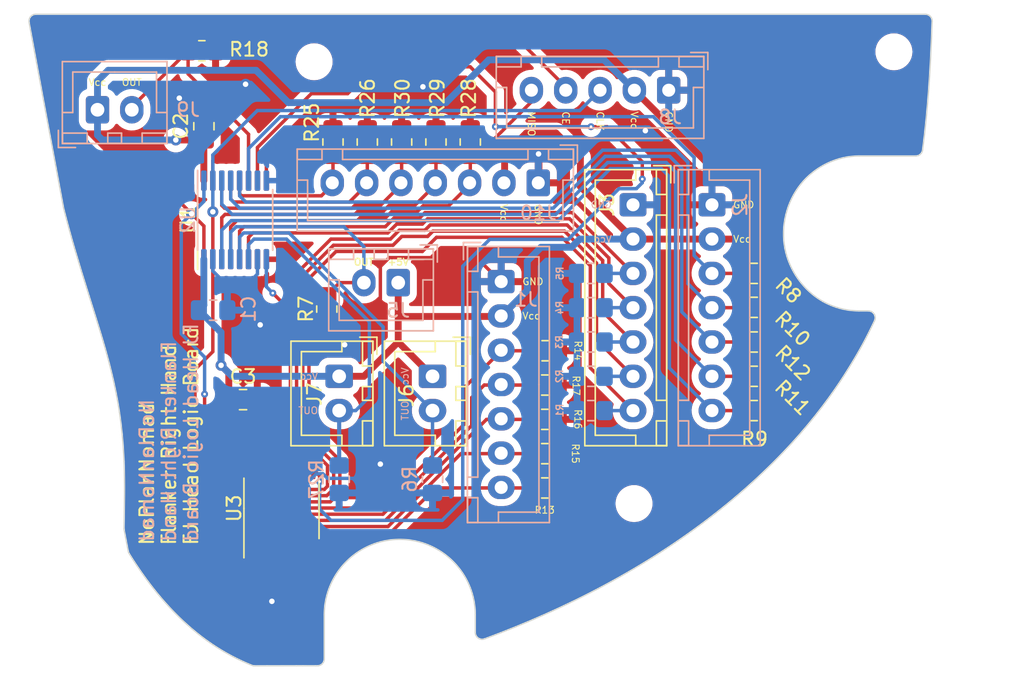
<source format=kicad_pcb>
(kicad_pcb (version 20221018) (generator pcbnew)
  (layers (0 "F.Cu" signal) (31 "B.Cu" signal) (34 "B.Paste" user) (35 "F.Paste" user) (36 "B.SilkS" user "B.Silkscreen") (37 "F.SilkS" user "F.Silkscreen") (38 "B.Mask" user) (39 "F.Mask" user) (44 "Edge.Cuts" user))
  (net 0 "")
  (net 1 "GND")
  (net 2 "+5V")
  (net 3 "MISO")
  (net 4 "CE")
  (net 5 "CLK")
  (net 6 "U1D4")
  (net 7 "U1D5")
  (net 8 "U1D6")
  (net 9 "U1D7")
  (net 10 "U1D0")
  (net 11 "U1D1")
  (net 12 "U1D2")
  (net 13 "U1D3")
  (net 14 "U2D4")
  (net 15 "U2D5")
  (net 16 "U2D6")
  (net 17 "U2D7")
  (net 18 "U2D0")
  (net 19 "U2D1")
  (net 20 "U2D2")
  (net 21 "U2D3")
  (net 22 "U3D4")
  (net 23 "U3D5")
  (net 24 "U3D6")
  (net 25 "U3D7")
  (net 26 "U3D0")
  (net 27 "U3D1")
  (net 28 "U3D2")
  (net 29 "U3D3")
  (net 31 "Net-(U1-DS)")
  (net 33 "Net-(U2-Q7)")
  (footprint "Resistor_SMD:R_0805_2012Metric_Pad1.20x1.40mm_HandSolder" (layer "F.Cu") (at 58.875 65.238)
    (fp_text reference "R13")
    (fp_text value "1K")
  )
  (footprint "Resistor_SMD:R_0805_2012Metric_Pad1.20x1.40mm_HandSolder" (layer "F.Cu") (at 58.875 62.738)
    (fp_text reference "R15")
    (fp_text value "1K")
  )
  (footprint "Connector_JST:JST_XH_B2B-XH-A_1x02_P2.50mm_Vertical" (layer "F.Cu") (at 43.9 57.1 -90)
    (fp_text reference "J7")
    (fp_text value "Conn_01x02")
  )
  (footprint "Capacitor_SMD:C_0805_2012Metric_Pad1.18x1.45mm_HandSolder" (layer "F.Cu") (at 36.9 58.8)
    (fp_text reference "C3")
    (fp_text value "0.1uF")
  )
  (footprint "Capacitor_SMD:C_0805_2012Metric_Pad1.18x1.45mm_HandSolder" (layer "F.Cu") (at 34.05 38.875 90)
    (fp_text reference "C2")
    (fp_text value "0.1uF")
  )
  (footprint "Resistor_SMD:R_0805_2012Metric_Pad1.20x1.40mm_HandSolder" (layer "F.Cu") (at 74.125 49.6)
    (fp_text reference "R8")
    (fp_text value "1K")
  )
  (footprint "Resistor_SMD:R_0805_2012Metric_Pad1.20x1.40mm_HandSolder" (layer "F.Cu") (at 58.875 60.238)
    (fp_text reference "R16")
    (fp_text value "1K")
  )
  (footprint "Resistor_SMD:R_0805_2012Metric_Pad1.20x1.40mm_HandSolder" (layer "F.Cu") (at 45.95 40.025 90)
    (fp_text reference "R26")
    (fp_text value "1K")
  )
  (footprint "Resistor_SMD:R_0805_2012Metric_Pad1.20x1.40mm_HandSolder" (layer "F.Cu") (at 74.125 57.1)
    (fp_text reference "R11")
    (fp_text value "1K")
  )
  (footprint "Resistor_SMD:R_0805_2012Metric_Pad1.20x1.40mm_HandSolder" (layer "F.Cu") (at 74.125 54.6)
    (fp_text reference "R12")
    (fp_text value "1K")
  )
  (footprint "MountingHole:MountingHole_2.2mm_M2" (layer "F.Cu") (at 65.375 66.375)
    (fp_text reference "M2" hide)
    (fp_text value "MountingHole_2.2mm_M2")
  )
  (footprint "Resistor_SMD:R_0805_2012Metric_Pad1.20x1.40mm_HandSolder" (layer "F.Cu") (at 74.125 52.075)
    (fp_text reference "R10")
    (fp_text value "1K")
  )
  (footprint "Resistor_SMD:R_0805_2012Metric_Pad1.20x1.40mm_HandSolder" (layer "F.Cu") (at 58.875 57.738)
    (fp_text reference "R17")
    (fp_text value "1K")
  )
  (footprint "Connector_JST:JST_XH_B2B-XH-A_1x02_P2.50mm_Vertical" (layer "F.Cu") (at 50.7 57.1 -90)
    (fp_text reference "J6")
    (fp_text value "Conn_01x02")
  )
  (footprint "MountingHole:MountingHole_2.2mm_M2" (layer "F.Cu") (at 84.3 33.45)
    (fp_text reference "M1" hide)
    (fp_text value "MountingHole_2.2mm_M2")
  )
  (footprint "Resistor_SMD:R_0805_2012Metric_Pad1.20x1.40mm_HandSolder" (layer "F.Cu") (at 50.95 40.025 90)
    (fp_text reference "R29")
    (fp_text value "1K")
  )
  (footprint "Resistor_SMD:R_0805_2012Metric_Pad1.20x1.40mm_HandSolder" (layer "F.Cu") (at 74.125 59.6)
    (fp_text reference "R9")
    (fp_text value "1K")
  )
  (footprint "Resistor_SMD:R_0805_2012Metric_Pad1.20x1.40mm_HandSolder" (layer "F.Cu") (at 33.9 33.375)
    (fp_text reference "R18")
    (fp_text value "1K")
  )
  (footprint "MountingHole:MountingHole_2.2mm_M2" (layer "F.Cu") (at 42.075 34.175)
    (fp_text reference "M3" hide)
    (fp_text value "MountingHole_2.2mm_M2")
  )
  (footprint "Resistor_SMD:R_0805_2012Metric_Pad1.20x1.40mm_HandSolder" (layer "F.Cu") (at 48.45 40.025 90)
    (fp_text reference "R30")
    (fp_text value "1K")
  )
  (footprint "Resistor_SMD:R_0805_2012Metric_Pad1.20x1.40mm_HandSolder" (layer "F.Cu") (at 58.9 55.238)
    (fp_text reference "R14")
    (fp_text value "1K")
  )
  (footprint "Resistor_SMD:R_0805_2012Metric_Pad1.20x1.40mm_HandSolder" (layer "F.Cu") (at 53.45 40.025 90)
    (fp_text reference "R28")
    (fp_text value "1K")
  )
  (footprint "Resistor_SMD:R_0805_2012Metric_Pad1.20x1.40mm_HandSolder" (layer "F.Cu") (at 43 52.2 -90)
    (fp_text reference "R7")
    (fp_text value "1K")
  )
  (footprint "Package_SO:TSSOP-16_4.4x5mm_P0.65mm" (layer "F.Cu") (at 39.7 66.725 90)
    (fp_text reference "U3")
    (fp_text value "74HC165")
  )
  (footprint "Package_SO:TSSOP-16_4.4x5mm_P0.65mm" (layer "F.Cu") (at 36.325 45.7065 90)
    (fp_text reference "U1")
    (fp_text value "74HC165")
  )
  (footprint "Connector_JST:JST_XH_B7B-XH-A_1x07_P2.50mm_Vertical" (layer "F.Cu") (at 65.3 44.6 -90)
    (fp_text reference "J3")
    (fp_text value "Conn_01x07")
  )
  (footprint "Resistor_SMD:R_0805_2012Metric_Pad1.20x1.40mm_HandSolder" (layer "F.Cu") (at 43.45 40.025 90)
    (fp_text reference "R25")
    (fp_text value "1K")
  )
  (footprint "Package_SO:TSSOP-16_4.4x5mm_P0.65mm" (layer "B.Cu") (at 36.325 45.7 -90)
    (fp_text reference "U2")
    (fp_text value "74HC165")
  )
  (footprint "Capacitor_SMD:C_0805_2012Metric_Pad1.18x1.45mm_HandSolder" (layer "B.Cu") (at 34.72 52.28)
    (fp_text reference "C1")
    (fp_text value "0.1uF")
  )
  (footprint "Connector_JST:JST_XH_B7B-XH-A_1x07_P2.50mm_Vertical" (layer "B.Cu") (at 71.05 44.6 -90)
    (fp_text reference "J2")
    (fp_text value "Conn_01x07")
  )
  (footprint "Resistor_SMD:R_0805_2012Metric_Pad1.20x1.40mm_HandSolder" (layer "B.Cu") (at 62.225 49.6)
    (fp_text reference "R5")
    (fp_text value "1K")
  )
  (footprint "Connector_JST:JST_XH_B5B-XH-A_1x05_P2.50mm_Vertical" (layer "B.Cu") (at 67.9 36.25 180)
    (fp_text reference "J8")
    (fp_text value "Conn_01x06")
  )
  (footprint "Resistor_SMD:R_0805_2012Metric_Pad1.20x1.40mm_HandSolder" (layer "B.Cu") (at 62.225 57.1 180)
    (fp_text reference "R2")
    (fp_text value "1K")
  )
  (footprint "Resistor_SMD:R_0805_2012Metric_Pad1.20x1.40mm_HandSolder" (layer "B.Cu") (at 62.225 54.6 180)
    (fp_text reference "R3")
    (fp_text value "1K")
  )
  (footprint "Connector_JST:JST_XH_B7B-XH-A_1x07_P2.50mm_Vertical" (layer "B.Cu") (at 58.4 43 180)
    (fp_text reference "J10")
    (fp_text value "Conn_01x07")
  )
  (footprint "Connector_JST:JST_XH_B2B-XH-A_1x02_P2.50mm_Vertical" (layer "B.Cu") (at 48.2 50.275 180)
    (fp_text reference "J5")
    (fp_text value "Conn_01x02")
  )
  (footprint "Connector_JST:JST_XH_B7B-XH-A_1x07_P2.50mm_Vertical" (layer "B.Cu") (at 55.7 50.2 -90)
    (fp_text reference "J1")
    (fp_text value "Conn_01x07")
  )
  (footprint "Connector_JST:JST_XH_B2B-XH-A_1x02_P2.50mm_Vertical" (layer "B.Cu") (at 26.3 37.675)
    (fp_text reference "J9")
    (fp_text value "Conn_01x02")
  )
  (footprint "Resistor_SMD:R_0805_2012Metric_Pad1.20x1.40mm_HandSolder" (layer "B.Cu") (at 62.225 52.1)
    (fp_text reference "R4")
    (fp_text value "1K")
  )
  (footprint "Resistor_SMD:R_0805_2012Metric_Pad1.20x1.40mm_HandSolder" (layer "B.Cu") (at 50.7 64.6 -90)
    (fp_text reference "R6")
    (fp_text value "1K")
  )
  (footprint "Resistor_SMD:R_0805_2012Metric_Pad1.20x1.40mm_HandSolder" (layer "B.Cu") (at 62.225 59.6 180)
    (fp_text reference "R1")
    (fp_text value "1K")
  )
  (footprint "Resistor_SMD:R_0805_2012Metric_Pad1.20x1.40mm_HandSolder" (layer "B.Cu") (at 43.9 64.6 -90)
    (fp_text reference "R27")
    (fp_text value "1K")
  )
  (gr_curve (pts (xy 86.325373 40.790437) (xy 86.292915 40.846876) (xy 86.249743 40.896436) (xy 86.198287 40.936327)) (stroke (width 0.1)) (layer "Edge.Cuts"))
  (gr_curve (pts (xy 27.480922 57.478285) (xy 27.536616 57.726565) (xy 27.589532 57.975276) (xy 27.639619 58.225357)) (stroke (width 0.1)) (layer "Edge.Cuts"))
  (gr_curve (pts (xy 25.686656 51.228688) (xy 26.407161 53.530441) (xy 26.745304 54.565639) (xy 27.176873 56.225724)) (stroke (width 0.1)) (layer "Edge.Cuts"))
  (gr_curve (pts (xy 81.756725 41.041166) (xy 80.13781 41.041166) (xy 78.538629 41.82006) (xy 77.515245 43.092618)) (stroke (width 0.1)) (layer "Edge.Cuts"))
  (gr_curve (pts (xy 29.181662 70.909128) (xy 31.045109 73.695718) (xy 32.842825 75.334215) (xy 34.325109 76.395228)) (stroke (width 0.1)) (layer "Edge.Cuts"))
  (gr_curve (pts (xy 82.435475 52.332967) (xy 82.500582 52.332967) (xy 82.565067 52.345684) (xy 82.6253 52.370402)) (stroke (width 0.1)) (layer "Edge.Cuts"))
  (gr_line (start 81.756725 41.041166) (end 85.89194 41.041166) (stroke (width 0.1)) (layer "Edge.Cuts"))
  (gr_curve (pts (xy 86.935756 30.857827) (xy 86.982095 30.903562) (xy 87.019058 30.95791) (xy 87.044564 31.017814)) (stroke (width 0.1)) (layer "Edge.Cuts"))
  (gr_line (start 82.435475 52.332967) (end 81.756725 52.332967) (stroke (width 0.1)) (layer "Edge.Cuts"))
  (gr_curve (pts (xy 54.109049 76.221841) (xy 54.049714 76.19504) (xy 53.996182 76.156905) (xy 53.951464 76.109583)) (stroke (width 0.1)) (layer "Edge.Cuts"))
  (gr_curve (pts (xy 82.6253 52.370402) (xy 82.685533 52.39512) (xy 82.740362 52.431366) (xy 82.786701 52.477101)) (stroke (width 0.1)) (layer "Edge.Cuts"))
  (gr_curve (pts (xy 77.515245 43.092618) (xy 76.474161 44.387185) (xy 76.043276 46.164394) (xy 76.365297 47.803421)) (stroke (width 0.1)) (layer "Edge.Cuts"))
  (gr_line (start 42.814877 74.483513) (end 42.814877 77.69518) (stroke (width 0.1)) (layer "Edge.Cuts"))
  (gr_curve (pts (xy 76.365297 47.803421) (xy 76.679326 49.401771) (xy 77.70536 50.844512) (xy 79.109101 51.635833)) (stroke (width 0.1)) (layer "Edge.Cuts"))
  (gr_curve (pts (xy 21.32302 31.110714) (xy 21.336429 31.047002) (xy 21.362155 30.986519) (xy 21.398748 30.932668)) (stroke (width 0.1)) (layer "Edge.Cuts"))
  (gr_curve (pts (xy 86.387558 40.607221) (xy 86.784909 37.625818) (xy 86.969332 34.52659) (xy 87.084227 31.231114)) (stroke (width 0.1)) (layer "Edge.Cuts"))
  (gr_curve (pts (xy 54.297455 76.265868) (xy 54.232387 76.263599) (xy 54.168384 76.248643) (xy 54.109049 76.221841)) (stroke (width 0.1)) (layer "Edge.Cuts"))
  (gr_curve (pts (xy 34.325109 76.395228) (xy 35.222835 77.037816) (xy 36.184034 77.580173) (xy 37.181011 78.01105)) (stroke (width 0.1)) (layer "Edge.Cuts"))
  (gr_curve (pts (xy 86.774355 30.751127) (xy 86.834588 30.775846) (xy 86.889417 30.812092) (xy 86.935756 30.857827)) (stroke (width 0.1)) (layer "Edge.Cuts"))
  (gr_curve (pts (xy 21.320556 31.304179) (xy 22.152678 35.826286) (xy 23.089965 40.857438) (xy 23.837209 44.859379)) (stroke (width 0.1)) (layer "Edge.Cuts"))
  (gr_curve (pts (xy 27.765326 58.88983) (xy 27.814457 59.165865) (xy 27.859741 59.442043) (xy 27.9013 59.719398)) (stroke (width 0.1)) (layer "Edge.Cuts"))
  (gr_arc (start 42.814877 74.483513) (mid 48.314877 68.983513) (end 53.814877 74.483513) (stroke (width 0.1)) (layer "Edge.Cuts"))
  (gr_curve (pts (xy 21.536402 30.796703) (xy 21.577097 30.769778) (xy 21.621515 30.748954) (xy 21.668242 30.734895)) (stroke (width 0.1)) (layer "Edge.Cuts"))
  (gr_curve (pts (xy 42.814877 77.69518) (xy 42.814877 77.760287) (xy 42.80216 77.824772) (xy 42.777442 77.885005)) (stroke (width 0.1)) (layer "Edge.Cuts"))
  (gr_curve (pts (xy 37.181011 78.01105) (xy 37.308167 78.066004) (xy 37.433214 78.117944) (xy 37.556095 78.167073)) (stroke (width 0.1)) (layer "Edge.Cuts"))
  (gr_curve (pts (xy 28.605407 70.012117) (xy 28.589465 69.9863) (xy 28.575907 69.959086) (xy 28.564899 69.930812)) (stroke (width 0.1)) (layer "Edge.Cuts"))
  (gr_curve (pts (xy 27.639619 58.225357) (xy 27.683885 58.446373) (xy 27.725781 58.667657) (xy 27.765326 58.88983)) (stroke (width 0.1)) (layer "Edge.Cuts"))
  (gr_curve (pts (xy 86.053835 41.014231) (xy 86.001723 41.032065) (xy 85.94702 41.041166) (xy 85.89194 41.041166)) (stroke (width 0.1)) (layer "Edge.Cuts"))
  (gr_curve (pts (xy 28.242065 68.286777) (xy 28.238896 68.270176) (xy 28.236571 68.253424) (xy 28.235099 68.236588)) (stroke (width 0.1)) (layer "Edge.Cuts"))
  (gr_curve (pts (xy 82.923988 52.939527) (xy 82.915884 52.976677) (xy 82.90357 53.012781) (xy 82.887283 53.047139)) (stroke (width 0.1)) (layer "Edge.Cuts"))
  (gr_curve (pts (xy 53.848297 75.945902) (xy 53.826206 75.888556) (xy 53.814877 75.827625) (xy 53.814877 75.766172)) (stroke (width 0.1)) (layer "Edge.Cuts"))
  (gr_curve (pts (xy 82.935432 52.826405) (xy 82.935931 52.864425) (xy 82.932091 52.902378) (xy 82.923988 52.939527)) (stroke (width 0.1)) (layer "Edge.Cuts"))
  (gr_curve (pts (xy 82.895509 52.637088) (xy 82.921015 52.696991) (xy 82.934577 52.761304) (xy 82.935432 52.826405)) (stroke (width 0.1)) (layer "Edge.Cuts"))
  (gr_curve (pts (xy 28.564899 69.930812) (xy 28.553892 69.902537) (xy 28.54548 69.873319) (xy 28.53977 69.84352)) (stroke (width 0.1)) (layer "Edge.Cuts"))
  (gr_curve (pts (xy 41.261519 78.194455) (xy 41.681419 78.194454) (xy 41.851202 78.195397) (xy 42.170799 78.195291)) (stroke (width 0.1)) (layer "Edge.Cuts"))
  (gr_curve (pts (xy 37.743656 78.202799) (xy 38.037978 78.201655) (xy 38.334576 78.200582) (xy 38.634192 78.199574)) (stroke (width 0.1)) (layer "Edge.Cuts"))
  (gr_curve (pts (xy 86.198287 40.936327) (xy 86.154756 40.970074) (xy 86.105947 40.996397) (xy 86.053835 41.014231)) (stroke (width 0.1)) (layer "Edge.Cuts"))
  (gr_curve (pts (xy 23.837209 44.859379) (xy 24.385 47.011579) (xy 24.854271 48.569519) (xy 25.686656 51.228688)) (stroke (width 0.1)) (layer "Edge.Cuts"))
  (gr_curve (pts (xy 37.648154 78.193972) (xy 37.616677 78.187976) (xy 37.585848 78.178968) (xy 37.556095 78.167073)) (stroke (width 0.1)) (layer "Edge.Cuts"))
  (gr_curve (pts (xy 21.320556 31.304179) (xy 21.308774 31.240147) (xy 21.309611 31.174425) (xy 21.32302 31.110714)) (stroke (width 0.1)) (layer "Edge.Cuts"))
  (gr_curve (pts (xy 87.044564 31.017814) (xy 87.058858 31.051383) (xy 87.069434 31.086416) (xy 87.076104 31.122287)) (stroke (width 0.1)) (layer "Edge.Cuts"))
  (gr_curve (pts (xy 42.415117 78.185029) (xy 42.382319 78.19174) (xy 42.348931 78.195141) (xy 42.315454 78.19518)) (stroke (width 0.1)) (layer "Edge.Cuts"))
  (gr_curve (pts (xy 79.109101 51.635833) (xy 79.914674 52.089953) (xy 80.835057 52.332967) (xy 81.756725 52.332967)) (stroke (width 0.1)) (layer "Edge.Cuts"))
  (gr_curve (pts (xy 28.098283 61.315938) (xy 28.163309 61.981976) (xy 28.207225 62.64418) (xy 28.234526 63.309362)) (stroke (width 0.1)) (layer "Edge.Cuts"))
  (gr_curve (pts (xy 28.234526 63.309362) (xy 28.305199 65.031274) (xy 28.255267 66.633165) (xy 28.23325 68.185952)) (stroke (width 0.1)) (layer "Edge.Cuts"))
  (gr_line (start 53.814877 74.483513) (end 53.814877 75.766172) (stroke (width 0.1)) (layer "Edge.Cuts"))
  (gr_curve (pts (xy 87.076104 31.122287) (xy 87.082774 31.158157) (xy 87.085498 31.194651) (xy 87.084227 31.231114)) (stroke (width 0.1)) (layer "Edge.Cuts"))
  (gr_curve (pts (xy 54.488469 76.23507) (xy 60.478487 74.017487) (xy 66.17919 71.077553) (xy 71.220683 67.144994)) (stroke (width 0.1)) (layer "Edge.Cuts"))
  (gr_curve (pts (xy 40.789809 78.194616) (xy 40.946958 78.194516) (xy 41.140134 78.194455) (xy 41.261519 78.194455)) (stroke (width 0.1)) (layer "Edge.Cuts"))
  (gr_curve (pts (xy 37.743656 78.202799) (xy 37.711613 78.202924) (xy 37.679632 78.199968) (xy 37.648154 78.193972)) (stroke (width 0.1)) (layer "Edge.Cuts"))
  (gr_curve (pts (xy 38.634192 78.199574) (xy 39.075953 78.198087) (xy 40.012328 78.195112) (xy 40.789809 78.194616)) (stroke (width 0.1)) (layer "Edge.Cuts"))
  (gr_curve (pts (xy 27.176873 56.225724) (xy 27.284807 56.640906) (xy 27.386447 57.057123) (xy 27.480922 57.478285)) (stroke (width 0.1)) (layer "Edge.Cuts"))
  (gr_curve (pts (xy 28.235099 68.236588) (xy 28.233627 68.219751) (xy 28.23301 68.202851) (xy 28.23325 68.185952)) (stroke (width 0.1)) (layer "Edge.Cuts"))
  (gr_curve (pts (xy 28.605407 70.012117) (xy 28.798878 70.325433) (xy 28.991083 70.624138) (xy 29.181662 70.909127)) (stroke (width 0.1)) (layer "Edge.Cuts"))
  (gr_curve (pts (xy 81.001984 56.508825) (xy 81.814767 55.194178) (xy 82.278982 54.330384) (xy 82.887283 53.047139)) (stroke (width 0.1)) (layer "Edge.Cuts"))
  (gr_curve (pts (xy 21.398748 30.932668) (xy 21.435342 30.878818) (xy 21.482104 30.832629) (xy 21.536402 30.796703)) (stroke (width 0.1)) (layer "Edge.Cuts"))
  (gr_curve (pts (xy 21.668242 30.734895) (xy 21.71497 30.720836) (xy 21.763504 30.713692) (xy 21.8123 30.713692)) (stroke (width 0.1)) (layer "Edge.Cuts"))
  (gr_curve (pts (xy 27.9013 59.719398) (xy 27.981004 60.251323) (xy 28.046151 60.781971) (xy 28.098283 61.315938)) (stroke (width 0.1)) (layer "Edge.Cuts"))
  (gr_curve (pts (xy 42.510756 78.155214) (xy 42.479955 78.168329) (xy 42.447914 78.178317) (xy 42.415117 78.185029)) (stroke (width 0.1)) (layer "Edge.Cuts"))
  (gr_curve (pts (xy 82.786701 52.477101) (xy 82.83304 52.522836) (xy 82.870003 52.577185) (xy 82.895509 52.637088)) (stroke (width 0.1)) (layer "Edge.Cuts"))
  (gr_curve (pts (xy 42.670742 78.046406) (xy 42.625008 78.092745) (xy 42.570659 78.129708) (xy 42.510756 78.155214)) (stroke (width 0.1)) (layer "Edge.Cuts"))
  (gr_curve (pts (xy 28.242065 68.286777) (xy 28.340944 68.804859) (xy 28.440237 69.324114) (xy 28.53977 69.84352)) (stroke (width 0.1)) (layer "Edge.Cuts"))
  (gr_curve (pts (xy 86.58453 30.713692) (xy 86.649638 30.713692) (xy 86.714123 30.726409) (xy 86.774355 30.751127)) (stroke (width 0.1)) (layer "Edge.Cuts"))
  (gr_curve (pts (xy 42.170799 78.195291) (xy 42.22216 78.195274) (xy 42.270115 78.195232) (xy 42.315454 78.19518)) (stroke (width 0.1)) (layer "Edge.Cuts"))
  (gr_curve (pts (xy 53.951464 76.109583) (xy 53.906747 76.062261) (xy 53.8717 76.006658) (xy 53.848297 75.945902)) (stroke (width 0.1)) (layer "Edge.Cuts"))
  (gr_curve (pts (xy 71.220683 67.144994) (xy 76.508547 63.020256) (xy 79.389089 59.117622) (xy 81.001984 56.508825)) (stroke (width 0.1)) (layer "Edge.Cuts"))
  (gr_curve (pts (xy 42.777442 77.885005) (xy 42.752724 77.945238) (xy 42.716477 78.000067) (xy 42.670742 78.046406)) (stroke (width 0.1)) (layer "Edge.Cuts"))
  (gr_curve (pts (xy 54.488469 76.23507) (xy 54.427412 76.257674) (xy 54.362523 76.268137) (xy 54.297455 76.265868)) (stroke (width 0.1)) (layer "Edge.Cuts"))
  (gr_curve (pts (xy 86.387558 40.607221) (xy 86.378957 40.671757) (xy 86.357832 40.733997) (xy 86.325373 40.790437)) (stroke (width 0.1)) (layer "Edge.Cuts"))
  (gr_line (start 86.58453 30.713692) (end 21.8123 30.713692) (stroke (width 0.1)) (layer "Edge.Cuts"))
  (gr_text "NoPlanNomad\nFlanker Right Hand\nFJ Head Logic Board" (at 33.7 69.25 90) (layer "B.SilkS") (effects (font (size 1 1)) (justify right bottom mirror)))
  (gr_text "NoPlanNomad\nFlanker Right Hand\nFJ Head Logic Board" (at 33.7 69.5 90) (layer "F.SilkS") (effects (font (size 1 1)) (justify left bottom)))
  (segment (start 55.7 50.238) (end 53.912 48.45) (width 0.25) (layer "F.Cu") (net 1))
  (segment (start 58.45 43.1) (end 58.45 40.924) (width 0.5) (layer "F.Cu") (net 1))
  (segment (start 34.7 41.4) (end 35.4 40.7) (width 0.25) (layer "F.Cu") (net 1))
  (segment (start 58.45 40.924) (end 58.42 40.894) (width 0.5) (layer "F.Cu") (net 1))
  (segment (start 35.4 40.7) (end 35.4 39.1875) (width 0.25) (layer "F.Cu") (net 1))
  (segment (start 46.9 49.1) (end 46.9 51.472) (width 0.25) (layer "F.Cu") (net 1))
  (segment (start 38.075 61.625) (end 38.075 63.8625) (width 0.25) (layer "F.Cu") (net 1))
  (segment (start 35.4 39.1875) (end 34.05 37.8375) (width 0.25) (layer "F.Cu") (net 1))
  (segment (start 34.7 42.844) (end 34.7 41.4) (width 0.25) (layer "F.Cu") (net 1))
  (segment (start 59.875 55.263) (end 59.9 55.238) (width 0.5) (layer "F.Cu") (net 1))
  (segment (start 53.912 48.45) (end 47.55 48.45) (width 0.25) (layer "F.Cu") (net 1))
  (segment (start 47.55 48.45) (end 46.9 49.1) (width 0.25) (layer "F.Cu") (net 1))
  (via (at 58.42 40.894) (size 0.8) (drill 0.4) (layers "F.Cu" "B.Cu") (net 1))
  (via (at 37.084 35.814) (size 0.8) (drill 0.4) (layers "F.Cu" "B.Cu") (net 1))
  (via (at 50 36) (size 0.8) (drill 0.4) (layers "F.Cu" "B.Cu") (net 1))
  (via (at 39 73.5) (size 0.8) (drill 0.4) (layers "F.Cu" "B.Cu") (net 1))
  (via (at 46.9 63.5) (size 0.8) (drill 0.4) (layers "F.Cu" "B.Cu") (net 1))
  (via (at 66.2 39.2) (size 0.8) (drill 0.4) (layers "F.Cu" "B.Cu") (net 1))
  (via (at 32.258 36.83) (size 0.8) (drill 0.4) (layers "F.Cu" "B.Cu") (net 1))
  (via (at 38.15 53.35) (size 0.8) (drill 0.4) (layers "F.Cu" "B.Cu") (net 1))
  (via (at 44.3 54.8) (size 0.8) (drill 0.4) (layers "F.Cu" "B.Cu") (net 1))
  (segment (start 35.274479 50) (end 37.6 50) (width 0.25) (layer "B.Cu") (net 1))
  (segment (start 37.6 50) (end 37.95 49.65) (width 0.25) (layer "B.Cu") (net 1))
  (segment (start 61.225 57.1) (end 61.225 59.6) (width 0.5) (layer "B.Cu") (net 1))
  (segment (start 43.0505 64.537327) (end 45.862673 64.537327) (width 0.25) (layer "B.Cu") (net 1))
  (segment (start 42.237327 64.2005) (end 42.713673 64.2005) (width 0.25) (layer "B.Cu") (net 1))
  (segment (start 60 52.1) (end 59.85 52.25) (width 0.5) (layer "B.Cu") (net 1))
  (segment (start 39 73.5) (end 39 67.437827) (width 0.25) (layer "B.Cu") (net 1))
  (segment (start 61.225 52.1) (end 60 52.1) (width 0.5) (layer "B.Cu") (net 1))
  (segment (start 61.225 52.1) (end 61.225 54.6) (width 0.5) (layer "B.Cu") (net 1))
  (segment (start 45.862673 64.537327) (end 46.9 63.5) (width 0.25) (layer "B.Cu") (net 1))
  (segment (start 37.95 49.65) (end 37.95 48.5625) (width 0.25) (layer "B.Cu") (net 1))
  (segment (start 42.713673 64.2005) (end 43.0505 64.537327) (width 0.25) (layer "B.Cu") (net 1))
  (segment (start 61.225 54.6) (end 61.225 57.1) (width 0.5) (layer "B.Cu") (net 1))
  (segment (start 61.225 49.6) (end 61.225 52.1) (width 0.5) (layer "B.Cu") (net 1))
  (segment (start 34.7 49.425521) (end 35.274479 50) (width 0.25) (layer "B.Cu") (net 1))
  (segment (start 34.7 48.5625) (end 34.7 49.425521) (width 0.25) (layer "B.Cu") (net 1))
  (segment (start 39 67.437827) (end 42.237327 64.2005) (width 0.25) (layer "B.Cu") (net 1))
  (segment (start 48.2 50.275) (end 48.2 52.638) (width 0.5) (layer "F.Cu") (net 2))
  (segment (start 73.042 47.1) (end 73.914 46.228) (width 0.5) (layer "F.Cu") (net 2))
  (segment (start 55.7 52.738) (end 48.3 52.738) (width 0.5) (layer "F.Cu") (net 2))
  (segment (start 35.8625 58.8) (end 35.8625 62.3) (width 0.5) (layer "F.Cu") (net 2))
  (segment (start 71.05 47.1) (end 73.042 47.1) (width 0.5) (layer "F.Cu") (net 2))
  (segment (start 35.8625 62.3) (end 37.425 63.8625) (width 0.5) (layer "F.Cu") (net 2))
  (segment (start 61.468 41.148) (end 59.69 39.37) (width 0.5) (layer "F.Cu") (net 2))
  (segment (start 32.004 39.878) (end 34.0155 39.878) (width 0.5) (layer "F.Cu") (net 2))
  (segment (start 55.95 40.951) (end 55.95 43.1) (width 0.5) (layer "F.Cu") (net 2))
  (segment (start 48.2 52.638) (end 48.2 54.6) (width 0.5) (layer "F.Cu") (net 2))
  (segment (start 65.3 47.1) (end 61.468 43.268) (width 0.5) (layer "F.Cu") (net 2))
  (segment (start 48.3 52.738) (end 48.2 52.638) (width 0.5) (layer "F.Cu") (net 2))
  (segment (start 48.2 54.6) (end 50.7 57.1) (width 0.5) (layer "F.Cu") (net 2))
  (segment (start 72.39 41.402) (end 70.552 41.402) (width 0.5) (layer "F.Cu") (net 2))
  (segment (start 48.2 54.6) (end 45.7 57.1) (width 0.5) (layer "F.Cu") (net 2))
  (segment (start 57.531 39.37) (end 55.95 40.951) (width 0.5) (layer "F.Cu") (net 2))
  (segment (start 73.914 46.228) (end 73.914 42.926) (width 0.5) (layer "F.Cu") (net 2))
  (segment (start 45.7 57.1) (end 43.9 57.1) (width 0.5) (layer "F.Cu") (net 2))
  (segment (start 34.05 39.9125) (end 34.045 39.9175) (width 0.5) (layer "F.Cu") (net 2))
  (segment (start 70.552 41.402) (end 65.4 36.25) (width 0.5) (layer "F.Cu") (net 2))
  (segment (start 71.05 47.1) (end 65.3 47.1) (width 0.5) (layer "F.Cu") (net 2))
  (segment (start 73.914 42.926) (end 72.39 41.402) (width 0.5) (layer "F.Cu") (net 2))
  (segment (start 34.0155 39.878) (end 34.05 39.9125) (width 0.5) (layer "F.Cu") (net 2))
  (segment (start 61.468 43.268) (end 61.468 41.148) (width 0.5) (layer "F.Cu") (net 2))
  (segment (start 35.8625 56.8625) (end 35.3 56.3) (width 0.5) (layer "F.Cu") (net 2))
  (segment (start 34.045 39.9175) (end 34.045 42.8365) (width 0.5) (layer "F.Cu") (net 2))
  (segment (start 59.69 39.37) (end 57.531 39.37) (width 0.5) (layer "F.Cu") (net 2))
  (segment (start 35.8625 58.8) (end 35.8625 56.8625) (width 0.5) (layer "F.Cu") (net 2))
  (via (at 32.004 39.878) (size 0.8) (drill 0.4) (layers "F.Cu" "B.Cu") (net 2))
  (via (at 35.3 56.3) (size 0.8) (drill 0.4) (layers "F.Cu" "B.Cu") (net 2))
  (segment (start 61.417548 47.1) (end 60.822548 47.695) (width 0.5) (layer "B.Cu") (net 2))
  (segment (start 27.082 34.798) (end 26.3 35.58) (width 0.5) (layer "B.Cu") (net 2))
  (segment (start 58.605 47.695) (end 57.6 48.7) (width 0.5) (layer "B.Cu") (net 2))
  (segment (start 65.3 47.1) (end 61.417548 47.1) (width 0.5) (layer "B.Cu") (net 2))
  (segment (start 33.6825 52.28) (end 35.3 53.8975) (width 0.5) (layer "B.Cu") (net 2))
  (segment (start 63.186 34.036) (end 54.799713 34.036) (width 0.5) (layer "B.Cu") (net 2))
  (segment (start 26.3 39.525) (end 26.3 37.675) (width 0.5) (layer "B.Cu") (net 2))
  (segment (start 36.1 57.1) (end 35.3 56.3) (width 0.5) (layer "B.Cu") (net 2))
  (segment (start 57.6 48.7) (end 57.6 50.838) (width 0.5) (layer "B.Cu") (net 2))
  (segment (start 60.822548 47.695) (end 58.605 47.695) (width 0.5) (layer "B.Cu") (net 2))
  (segment (start 54.799713 34.036) (end 51.680713 37.155) (width 0.5) (layer "B.Cu") (net 2))
  (segment (start 26.3 39.525) (end 26.5345 39.7595) (width 0.5) (layer "B.Cu") (net 2))
  (segment (start 33.6825 52.28) (end 34.045 51.9175) (width 0.5) (layer "B.Cu") (net 2))
  (segment (start 26.653 39.878) (end 32.004 39.878) (width 0.5) (layer "B.Cu") (net 2))
  (segment (start 26.5345 39.7595) (end 26.653 39.878) (width 0.5) (layer "B.Cu") (net 2))
  (segment (start 35.3 53.8975) (end 35.3 56.3) (width 0.5) (layer "B.Cu") (net 2))
  (segment (start 63.186 34.036) (end 65.4 36.25) (width 0.5) (layer "B.Cu") (net 2))
  (segment (start 51.680713 37.155) (end 40.203 37.155) (width 0.5) (layer "B.Cu") (net 2))
  (segment (start 26.3 35.58) (end 26.3 37.675) (width 0.5) (layer "B.Cu") (net 2))
  (segment (start 37.846 34.798) (end 27.082 34.798) (width 0.5) (layer "B.Cu") (net 2))
  (segment (start 40.203 37.155) (end 37.846 34.798) (width 0.5) (layer "B.Cu") (net 2))
  (segment (start 57.6 50.838) (end 55.7 52.738) (width 0.5) (layer "B.Cu") (net 2))
  (segment (start 34.045 51.9175) (end 34.045 48.57) (width 0.5) (layer "B.Cu") (net 2))
  (segment (start 43.9 57.1) (end 36.1 57.1) (width 0.5) (layer "B.Cu") (net 2))
  (segment (start 57.9 37.096) (end 57.9 36.25) (width 0.25) (layer "F.Cu") (net 3))
  (segment (start 38.6 42.8365) (end 38.6 40.41) (width 0.25) (layer "F.Cu") (net 3))
  (segment (start 38.91 40.1) (end 54.896 40.1) (width 0.25) (layer "F.Cu") (net 3))
  (segment (start 54.896 40.1) (end 57.9 37.096) (width 0.25) (layer "F.Cu") (net 3))
  (segment (start 38.6 40.41) (end 38.91 40.1) (width 0.25) (layer "F.Cu") (net 3))
  (segment (start 60.4 36.25) (end 60.4 36.016) (width 0.25) (layer "F.Cu") (net 4))
  (segment (start 33.15 45.25) (end 34.05 46.15) (width 0.25) (layer "F.Cu") (net 4))
  (segment (start 26.7 31.4) (end 24.3 33.8) (width 0.25) (layer "F.Cu") (net 4))
  (segment (start 34.1 58.4) (end 34.1 64.9) (width 0.25) (layer "F.Cu") (net 4))
  (segment (start 24.3 39.1) (end 26.7 41.5) (width 0.25) (layer "F.Cu") (net 4))
  (segment (start 34.1 64.9) (end 37.425 68.225) (width 0.25) (layer "F.Cu") (net 4))
  (segment (start 60.4 36.016) (end 55.784 31.4) (width 0.25) (layer "F.Cu") (net 4))
  (segment (start 24.3 33.8) (end 24.3 39.1) (width 0.25) (layer "F.Cu") (net 4))
  (segment (start 26.7 41.5) (end 29.4 41.5) (width 0.25) (layer "F.Cu") (net 4))
  (segment (start 55.784 31.4) (end 26.7 31.4) (width 0.25) (layer "F.Cu") (net 4))
  (segment (start 37.425 68.225) (end 37.425 69.595) (width 0.25) (layer "F.Cu") (net 4))
  (segment (start 34.05 46.15) (end 34.05 48.569) (width 0.25) (layer "F.Cu") (net 4))
  (segment (start 29.4 41.5) (end 33.15 45.25) (width 0.25) (layer "F.Cu") (net 4))
  (via (at 33.15 45.25) (size 0.8) (drill 0.4) (layers "F.Cu" "B.Cu") (net 4))
  (via (at 34.1 58.4) (size 0.5) (drill 0.2) (layers "F.Cu" "B.Cu") (net 4))
  (segment (start 34.1 55.7) (end 32.4 54) (width 0.25) (layer "B.Cu") (net 4))
  (segment (start 32.4 46) (end 33.15 45.25) (width 0.25) (layer "B.Cu") (net 4))
  (segment (start 34.1 58.4) (end 34.1 55.7) (width 0.25) (layer "B.Cu") (net 4))
  (segment (start 32.4 54) (end 32.4 46) (width 0.25) (layer "B.Cu") (net 4))
  (segment (start 34.05 44.35) (end 34.05 42.8375) (width 0.25) (layer "B.Cu") (net 4))
  (segment (start 33.15 45.25) (end 34.05 44.35) (width 0.25) (layer "B.Cu") (net 4))
  (segment (start 33.4 56.6) (end 33.4 68.3) (width 0.25) (layer "F.Cu") (net 5))
  (segment (start 34.7 45.11) (end 34.7 55.3) (width 0.25) (layer "F.Cu") (net 5))
  (segment (start 37.7 70.9) (end 38.075 70.525) (width 0.25) (layer "F.Cu") (net 5))
  (segment (start 33.4 68.3) (end 36 70.9) (width 0.25) (layer "F.Cu") (net 5))
  (segment (start 38.075 70.525) (end 38.075 69.595) (width 0.25) (layer "F.Cu") (net 5))
  (segment (start 36 70.9) (end 37.7 70.9) (width 0.25) (layer "F.Cu") (net 5))
  (segment (start 34.7 55.3) (end 33.4 56.6) (width 0.25) (layer "F.Cu") (net 5))
  (via (at 34.7 45.11) (size 0.8) (drill 0.4) (layers "F.Cu" "B.Cu") (net 5))
  (segment (start 37.94 37.73) (end 61.42 37.73) (width 0.25) (layer "B.Cu") (net 5))
  (segment (start 61.42 37.73) (end 62.9 36.25) (width 0.25) (layer "B.Cu") (net 5))
  (segment (start 34.7 42.83) (end 34.7 45.11) (width 0.25) (layer "B.Cu") (net 5))
  (segment (start 37.94 37.73) (end 34.7 40.97) (width 0.25) (layer "B.Cu") (net 5))
  (segment (start 34.7 40.97) (end 34.7 42.83) (width 0.25) (layer "B.Cu") (net 5))
  (segment (start 47.530698 44.655698) (end 47.111396 45.075) (width 0.25) (layer "F.Cu") (net 6))
  (segment (start 35.35 45.54) (end 35.35 48.5765) (width 0.25) (layer "F.Cu") (net 6))
  (segment (start 47.111396 45.075) (end 45.261396 45.075) (width 0.25) (layer "F.Cu") (net 6))
  (segment (start 35.59 45.3) (end 35.35 45.54) (width 0.25) (layer "F.Cu") (net 6))
  (segment (start 49.394302 44.655698) (end 47.530698 44.655698) (width 0.25) (layer "F.Cu") (net 6))
  (segment (start 45.261396 45.075) (end 45.036396 45.3) (width 0.25) (layer "F.Cu") (net 6))
  (segment (start 45.036396 45.3) (end 35.59 45.3) (width 0.25) (layer "F.Cu") (net 6))
  (segment (start 50.95 41.025) (end 50.95 43.1) (width 0.25) (layer "F.Cu") (net 6))
  (segment (start 50.95 43.1) (end 49.394302 44.655698) (width 0.25) (layer "F.Cu") (net 6))
  (segment (start 36.45 45.75) (end 36 46.2) (width 0.25) (layer "F.Cu") (net 7))
  (segment (start 53.45 41.025) (end 53.45 43.1) (width 0.25) (layer "F.Cu") (net 7))
  (segment (start 50.018198 44.668198) (end 49.580698 45.105698) (width 0.25) (layer "F.Cu") (net 7))
  (segment (start 53.45 43.1) (end 51.881802 44.668198) (width 0.25) (layer "F.Cu") (net 7))
  (segment (start 45.222792 45.75) (end 36.45 45.75) (width 0.25) (layer "F.Cu") (net 7))
  (segment (start 51.881802 44.668198) (end 50.018198 44.668198) (width 0.25) (layer "F.Cu") (net 7))
  (segment (start 47.717094 45.105698) (end 47.297792 45.525) (width 0.25) (layer "F.Cu") (net 7))
  (segment (start 45.447792 45.525) (end 45.222792 45.75) (width 0.25) (layer "F.Cu") (net 7))
  (segment (start 47.297792 45.525) (end 45.447792 45.525) (width 0.25) (layer "F.Cu") (net 7))
  (segment (start 49.580698 45.105698) (end 47.717094 45.105698) (width 0.25) (layer "F.Cu") (net 7))
  (segment (start 36 46.2) (end 36 48.5765) (width 0.25) (layer "F.Cu") (net 7))
  (segment (start 49.767094 45.555698) (end 47.90349 45.555698) (width 0.25) (layer "F.Cu") (net 8))
  (segment (start 47.259188 46.2) (end 36.97 46.2) (width 0.25) (layer "F.Cu") (net 8))
  (segment (start 36.65 46.52) (end 36.65 48.5765) (width 0.25) (layer "F.Cu") (net 8))
  (segment (start 36.97 46.2) (end 36.65 46.52) (width 0.25) (layer "F.Cu") (net 8))
  (segment (start 65.3 49.6) (end 60.87 45.17) (width 0.25) (layer "F.Cu") (net 8))
  (segment (start 60.87 45.17) (end 50.152792 45.17) (width 0.25) (layer "F.Cu") (net 8))
  (segment (start 50.152792 45.17) (end 49.767094 45.555698) (width 0.25) (layer "F.Cu") (net 8))
  (segment (start 47.90349 45.555698) (end 47.259188 46.2) (width 0.25) (layer "F.Cu") (net 8))
  (segment (start 65.3 49.6) (end 63.225 49.6) (width 0.25) (layer "B.Cu") (net 8))
  (segment (start 63.541802 48.478198) (end 60.683604 45.62) (width 0.25) (layer "F.Cu") (net 9))
  (segment (start 63.541802 50.341802) (end 63.541802 48.478198) (width 0.25) (layer "F.Cu") (net 9))
  (segment (start 37.62 46.65) (end 37.3 46.97) (width 0.25) (layer "F.Cu") (net 9))
  (segment (start 48.089886 46.005698) (end 47.445584 46.65) (width 0.25) (layer "F.Cu") (net 9))
  (segment (start 49.954302 46.005698) (end 48.089886 46.005698) (width 0.25) (layer "F.Cu") (net 9))
  (segment (start 47.445584 46.65) (end 37.62 46.65) (width 0.25) (layer "F.Cu") (net 9))
  (segment (start 50.34 45.62) (end 49.954302 46.005698) (width 0.25) (layer "F.Cu") (net 9))
  (segment (start 65.3 52.1) (end 63.541802 50.341802) (width 0.25) (layer "F.Cu") (net 9))
  (segment (start 37.3 46.97) (end 37.3 48.5765) (width 0.25) (layer "F.Cu") (net 9))
  (segment (start 60.683604 45.62) (end 50.34 45.62) (width 0.25) (layer "F.Cu") (net 9))
  (segment (start 65.3 52.1) (end 63.225 52.1) (width 0.25) (layer "B.Cu") (net 9))
  (segment (start 28.8 37.675) (end 28.8 37.475) (width 0.25) (layer "F.Cu") (net 10))
  (segment (start 32.9 35.061827) (end 37.3 39.461827) (width 0.25) (layer "F.Cu") (net 10))
  (segment (start 37.3 39.461827) (end 37.3 42.8365) (width 0.25) (layer "F.Cu") (net 10))
  (segment (start 32.9 33.375) (end 32.9 35.061827) (width 0.25) (layer "F.Cu") (net 10))
  (segment (start 28.8 37.475) (end 32.9 33.375) (width 0.25) (layer "F.Cu") (net 10))
  (segment (start 42.6035 43.9465) (end 36.7965 43.9465) (width 0.25) (layer "F.Cu") (net 11))
  (segment (start 43.45 43.1) (end 42.6035 43.9465) (width 0.25) (layer "F.Cu") (net 11))
  (segment (start 43.45 41.025) (end 43.45 43.1) (width 0.25) (layer "F.Cu") (net 11))
  (segment (start 36.65 43.8) (end 36.65 42.8365) (width 0.25) (layer "F.Cu") (net 11))
  (segment (start 36.7965 43.9465) (end 36.65 43.8) (width 0.25) (layer "F.Cu") (net 11))
  (segment (start 43.0215 44.3965) (end 36.2165 44.3965) (width 0.25) (layer "F.Cu") (net 12))
  (segment (start 45.95 43.1) (end 44.65 44.4) (width 0.25) (layer "F.Cu") (net 12))
  (segment (start 44.65 44.4) (end 43.025 44.4) (width 0.25) (layer "F.Cu") (net 12))
  (segment (start 36.2165 44.3965) (end 36 44.18) (width 0.25) (layer "F.Cu") (net 12))
  (segment (start 45.95 41.025) (end 45.95 43.1) (width 0.25) (layer "F.Cu") (net 12))
  (segment (start 36 44.18) (end 36 42.8365) (width 0.25) (layer "F.Cu") (net 12))
  (segment (start 43.025 44.4) (end 43.0215 44.3965) (width 0.25) (layer "F.Cu") (net 12))
  (segment (start 35.56 44.85) (end 35.35 44.64) (width 0.25) (layer "F.Cu") (net 13))
  (segment (start 45.061396 44.625) (end 44.836396 44.85) (width 0.25) (layer "F.Cu") (net 13))
  (segment (start 35.35 44.64) (end 35.35 42.8365) (width 0.25) (layer "F.Cu") (net 13))
  (segment (start 46.925 44.625) (end 45.061396 44.625) (width 0.25) (layer "F.Cu") (net 13))
  (segment (start 48.45 41.025) (end 48.45 43.1) (width 0.25) (layer "F.Cu") (net 13))
  (segment (start 48.45 43.1) (end 46.925 44.625) (width 0.25) (layer "F.Cu") (net 13))
  (segment (start 44.836396 44.85) (end 35.56 44.85) (width 0.25) (layer "F.Cu") (net 13))
  (segment (start 71.05 57.1) (end 73.125 57.1) (width 0.25) (layer "F.Cu") (net 14))
  (segment (start 63.453792 41.519) (end 59.672792 45.3) (width 0.25) (layer "B.Cu") (net 14))
  (segment (start 71.05 57.1) (end 68.4 54.45) (width 0.25) (layer "B.Cu") (net 14))
  (segment (start 59.672792 45.3) (end 36.1 45.3) (width 0.25) (layer "B.Cu") (net 14))
  (segment (start 35.35 44.55) (end 35.35 42.8375) (width 0.25) (layer "B.Cu") (net 14))
  (segment (start 68.4 42.2) (end 67.719 41.519) (width 0.25) (layer "B.Cu") (net 14))
  (segment (start 36.1 45.3) (end 35.35 44.55) (width 0.25) (layer "B.Cu") (net 14))
  (segment (start 68.4 54.45) (end 68.4 42.2) (width 0.25) (layer "B.Cu") (net 14))
  (segment (start 67.719 41.519) (end 63.453792 41.519) (width 0.25) (layer "B.Cu") (net 14))
  (segment (start 71.05 54.6) (end 73.125 54.6) (width 0.25) (layer "F.Cu") (net 15))
  (segment (start 68.85 52.4) (end 68.85 41.95) (width 0.25) (layer "B.Cu") (net 15))
  (segment (start 36 44.2) (end 36 42.8375) (width 0.25) (layer "B.Cu") (net 15))
  (segment (start 67.969 41.069) (end 63.267396 41.069) (width 0.25) (layer "B.Cu") (net 15))
  (segment (start 68.85 41.95) (end 67.969 41.069) (width 0.25) (layer "B.Cu") (net 15))
  (segment (start 36.65 44.85) (end 36 44.2) (width 0.25) (layer "B.Cu") (net 15))
  (segment (start 63.267396 41.069) (end 59.486396 44.85) (width 0.25) (layer "B.Cu") (net 15))
  (segment (start 71.05 54.6) (end 68.85 52.4) (width 0.25) (layer "B.Cu") (net 15))
  (segment (start 59.486396 44.85) (end 36.65 44.85) (width 0.25) (layer "B.Cu") (net 15))
  (segment (start 71.05 52.1) (end 73.1 52.1) (width 0.25) (layer "F.Cu") (net 16))
  (segment (start 73.1 52.1) (end 73.125 52.075) (width 0.25) (layer "F.Cu") (net 16))
  (segment (start 68.419 40.619) (end 63.081 40.619) (width 0.25) (layer "B.Cu") (net 16))
  (segment (start 59.3 44.4) (end 37.1 44.4) (width 0.25) (layer "B.Cu") (net 16))
  (segment (start 69.3 50.35) (end 69.3 41.5) (width 0.25) (layer "B.Cu") (net 16))
  (segment (start 63.081 40.619) (end 59.3 44.4) (width 0.25) (layer "B.Cu") (net 16))
  (segment (start 36.65 43.95) (end 36.65 42.8375) (width 0.25) (layer "B.Cu") (net 16))
  (segment (start 69.3 41.5) (end 68.419 40.619) (width 0.25) (layer "B.Cu") (net 16))
  (segment (start 71.05 52.1) (end 69.3 50.35) (width 0.25) (layer "B.Cu") (net 16))
  (segment (start 37.1 44.4) (end 36.65 43.95) (width 0.25) (layer "B.Cu") (net 16))
  (segment (start 71.05 49.6) (end 73.125 49.6) (width 0.25) (layer "F.Cu") (net 17))
  (segment (start 66.78 38.18) (end 39.62 38.18) (width 0.25) (layer "B.Cu") (net 17))
  (segment (start 71.05 49.6) (end 69.75 48.3) (width 0.25) (layer "B.Cu") (net 17))
  (segment (start 69.75 41.15) (end 66.78 38.18) (width 0.25) (layer "B.Cu") (net 17))
  (segment (start 39.62 38.18) (end 37.3 40.5) (width 0.25) (layer "B.Cu") (net 17))
  (segment (start 37.3 40.5) (end 37.3 42.8375) (width 0.25) (layer "B.Cu") (net 17))
  (segment (start 69.75 48.3) (end 69.75 41.15) (width 0.25) (layer "B.Cu") (net 17))
  (segment (start 43.9 59.6) (end 43.9 63.6) (width 0.3) (layer "B.Cu") (net 18))
  (segment (start 37.3 47.5) (end 37.7 47.1) (width 0.25) (layer "B.Cu") (net 18))
  (segment (start 37.3 48.5625) (end 37.3 47.5) (width 0.25) (layer "B.Cu") (net 18))
  (segment (start 46.1 58.6) (end 45.1 59.6) (width 0.25) (layer "B.Cu") (net 18))
  (segment (start 37.7 47.1) (end 40.063604 47.1) (width 0.25) (layer "B.Cu") (net 18))
  (segment (start 40.063604 47.1) (end 46.1 53.136396) (width 0.25) (layer "B.Cu") (net 18))
  (segment (start 46.1 53.136396) (end 46.1 58.6) (width 0.25) (layer "B.Cu") (net 18))
  (segment (start 45.1 59.6) (end 43.9 59.6) (width 0.25) (layer "B.Cu") (net 18))
  (segment (start 36.95 46.65) (end 40.25 46.65) (width 0.25) (layer "B.Cu") (net 19))
  (segment (start 36.65 46.95) (end 36.95 46.65) (width 0.25) (layer "B.Cu") (net 19))
  (segment (start 40.25 46.65) (end 47.1 53.5) (width 0.25) (layer "B.Cu") (net 19))
  (segment (start 47.1 53.5) (end 47.1 56) (width 0.25) (layer "B.Cu") (net 19))
  (segment (start 47.1 56) (end 50.7 59.6) (width 0.25) (layer "B.Cu") (net 19))
  (segment (start 36.65 48.5625) (end 36.65 46.95) (width 0.25) (layer "B.Cu") (net 19))
  (segment (start 50.7 59.6) (end 50.7 63.6) (width 0.25) (layer "B.Cu") (net 19))
  (segment (start 45.7 50.275) (end 43.925 50.275) (width 0.25) (layer "F.Cu") (net 20))
  (segment (start 43.925 50.275) (end 43 51.2) (width 0.25) (layer "F.Cu") (net 20))
  (segment (start 36.4 46.2) (end 36 46.6) (width 0.25) (layer "B.Cu") (net 20))
  (segment (start 36 46.6) (end 36 48.5625) (width 0.25) (layer "B.Cu") (net 20))
  (segment (start 45.7 50.275) (end 45.7 47.65) (width 0.25) (layer "B.Cu") (net 20))
  (segment (start 44.25 46.2) (end 36.4 46.2) (width 0.25) (layer "B.Cu") (net 20))
  (segment (start 45.7 47.65) (end 44.25 46.2) (width 0.25) (layer "B.Cu") (net 20))
  (segment (start 71.05 59.6) (end 73.125 59.6) (width 0.25) (layer "F.Cu") (net 21))
  (segment (start 67.369 41.969) (end 63.640188 41.969) (width 0.25) (layer "B.Cu") (net 21))
  (segment (start 35.35 46.45) (end 35.35 48.5625) (width 0.25) (layer "B.Cu") (net 21))
  (segment (start 63.640188 41.969) (end 59.859188 45.75) (width 0.25) (layer "B.Cu") (net 21))
  (segment (start 67.95 56.5) (end 67.95 42.55) (width 0.25) (layer "B.Cu") (net 21))
  (segment (start 71.05 59.6) (end 67.95 56.5) (width 0.25) (layer "B.Cu") (net 21))
  (segment (start 59.859188 45.75) (end 36.05 45.75) (width 0.25) (layer "B.Cu") (net 21))
  (segment (start 67.95 42.55) (end 67.369 41.969) (width 0.25) (layer "B.Cu") (net 21))
  (segment (start 36.05 45.75) (end 35.35 46.45) (width 0.25) (layer "B.Cu") (net 21))
  (segment (start 53.55 60.686396) (end 47.086396 67.15) (width 0.25) (layer "F.Cu") (net 22))
  (segment (start 38.725 68.865812) (end 38.725 69.595) (width 0.25) (layer "F.Cu") (net 22))
  (segment (start 47.086396 67.15) (end 40.440812 67.15) (width 0.25) (layer "F.Cu") (net 22))
  (segment (start 54.462 57.738) (end 53.55 58.65) (width 0.25) (layer "F.Cu") (net 22))
  (segment (start 57.875 57.738) (end 54.462 57.738) (width 0.25) (layer "F.Cu") (net 22))
  (segment (start 53.55 58.65) (end 53.55 60.686396) (width 0.25) (layer "F.Cu") (net 22))
  (segment (start 40.440812 67.15) (end 38.725 68.865812) (width 0.25) (layer "F.Cu") (net 22))
  (segment (start 54.634792 60.238) (end 47.272792 67.6) (width 0.25) (layer "F.Cu") (net 23))
  (segment (start 47.272792 67.6) (end 40.627208 67.6) (width 0.25) (layer "F.Cu") (net 23))
  (segment (start 57.875 60.238) (end 54.634792 60.238) (width 0.25) (layer "F.Cu") (net 23))
  (segment (start 39.375 68.852208) (end 39.375 69.595) (width 0.25) (layer "F.Cu") (net 23))
  (segment (start 40.627208 67.6) (end 39.375 68.852208) (width 0.25) (layer "F.Cu") (net 23))
  (segment (start 52.771188 62.738) (end 47.459188 68.05) (width 0.25) (layer "F.Cu") (net 24))
  (segment (start 57.875 62.738) (end 52.771188 62.738) (width 0.25) (layer "F.Cu") (net 24))
  (segment (start 40.813604 68.05) (end 40.025 68.838604) (width 0.25) (layer "F.Cu") (net 24))
  (segment (start 47.459188 68.05) (end 40.813604 68.05) (width 0.25) (layer "F.Cu") (net 24))
  (segment (start 40.025 68.838604) (end 40.025 69.595) (width 0.25) (layer "F.Cu") (net 24))
  (segment (start 47.645584 68.5) (end 41 68.5) (width 0.25) (layer "F.Cu") (net 25))
  (segment (start 40.675 68.825) (end 40.675 69.595) (width 0.25) (layer "F.Cu") (net 25))
  (segment (start 57.875 65.238) (end 50.907584 65.238) (width 0.25) (layer "F.Cu") (net 25))
  (segment (start 41 68.5) (end 40.675 68.825) (width 0.25) (layer "F.Cu") (net 25))
  (segment (start 50.907584 65.238) (end 47.645584 68.5) (width 0.25) (layer "F.Cu") (net 25))
  (segment (start 43.05 65.113604) (end 43.05 63.598959) (width 0.25) (layer "F.Cu") (net 26))
  (segment (start 47.63198 47.1) (end 48.276282 46.455698) (width 0.25) (layer "F.Cu") (net 26))
  (segment (start 43.3 47.1) (end 47.63198 47.1) (width 0.25) (layer "F.Cu") (net 26))
  (segment (start 40.675 65.075) (end 40.95 65.35) (width 0.25) (layer "F.Cu") (net 26))
  (segment (start 48.276282 46.455698) (end 50.144302 46.455698) (width 0.25) (layer "F.Cu") (net 26))
  (segment (start 50.53 46.07) (end 60.497208 46.07) (width 0.25) (layer "F.Cu") (net 26))
  (segment (start 40.95 65.35) (end 42.813604 65.35) (width 0.25) (layer "F.Cu") (net 26))
  (segment (start 63.091802 48.664594) (end 63.091802 52.391802) (width 0.25) (layer "F.Cu") (net 26))
  (segment (start 40.8 49.6) (end 43.3 47.1) (width 0.25) (layer "F.Cu") (net 26))
  (segment (start 43.05 63.598959) (end 40.8 61.348959) (width 0.25) (layer "F.Cu") (net 26))
  (segment (start 40.675 63.855) (end 40.675 65.075) (width 0.25) (layer "F.Cu") (net 26))
  (segment (start 40.8 61.348959) (end 40.8 49.6) (width 0.25) (layer "F.Cu") (net 26))
  (segment (start 63.091802 52.391802) (end 65.3 54.6) (width 0.25) (layer "F.Cu") (net 26))
  (segment (start 60.497208 46.07) (end 63.091802 48.664594) (width 0.25) (layer "F.Cu") (net 26))
  (segment (start 42.813604 65.35) (end 43.05 65.113604) (width 0.25) (layer "F.Cu") (net 26))
  (segment (start 50.144302 46.455698) (end 50.53 46.07) (width 0.25) (layer "F.Cu") (net 26))
  (segment (start 65.3 54.6) (end 63.225 54.6) (width 0.25) (layer "B.Cu") (net 26))
  (segment (start 43.5 65.3) (end 43 65.8) (width 0.25) (layer "F.Cu") (net 27))
  (segment (start 62.641802 48.85099) (end 60.310812 46.52) (width 0.25) (layer "F.Cu") (net 27))
  (segment (start 41.25 61.162563) (end 43.5 63.412563) (width 0.25) (layer "F.Cu") (net 27))
  (segment (start 47.818376 47.55) (end 43.486396 47.55) (width 0.25) (layer "F.Cu") (net 27))
  (segment (start 62.641802 54.441802) (end 62.641802 48.85099) (width 0.25) (layer "F.Cu") (net 27))
  (segment (start 43.5 63.412563) (end 43.5 65.3) (width 0.25) (layer "F.Cu") (net 27))
  (segment (start 48.462678 46.905698) (end 47.818376 47.55) (width 0.25) (layer "F.Cu") (net 27))
  (segment (start 43 65.8) (end 40.4 65.8) (width 0.25) (layer "F.Cu") (net 27))
  (segment (start 60.310812 46.52) (end 50.73 46.52) (width 0.25) (layer "F.Cu") (net 27))
  (segment (start 40.4 65.8) (end 40.025 65.425) (width 0.25) (layer "F.Cu") (net 27))
  (segment (start 50.344302 46.905698) (end 48.462678 46.905698) (width 0.25) (layer "F.Cu") (net 27))
  (segment (start 41.25 49.786396) (end 41.25 61.162563) (width 0.25) (layer "F.Cu") (net 27))
  (segment (start 50.73 46.52) (end 50.344302 46.905698) (width 0.25) (layer "F.Cu") (net 27))
  (segment (start 65.3 57.1) (end 62.641802 54.441802) (width 0.25) (layer "F.Cu") (net 27))
  (segment (start 43.486396 47.55) (end 41.25 49.786396) (width 0.25) (layer "F.Cu") (net 27))
  (segment (start 40.025 65.425) (end 40.025 63.855) (width 0.25) (layer "F.Cu") (net 27))
  (segment (start 65.3 57.1) (end 63.225 57.1) (width 0.25) (layer "B.Cu") (net 27))
  (segment (start 43.95 65.55) (end 43.25 66.25) (width 0.25) (layer "F.Cu") (net 28))
  (segment (start 41.7 60.976167) (end 43.95 63.226167) (width 0.25) (layer "F.Cu") (net 28))
  (segment (start 60.124416 46.97) (end 50.99 46.97) (width 0.25) (layer "F.Cu") (net 28))
  (segment (start 43.25 66.25) (end 39.85 66.25) (width 0.25) (layer "F.Cu") (net 28))
  (segment (start 43.672792 48) (end 41.7 49.972792) (width 0.25) (layer "F.Cu") (net 28))
  (segment (start 49.96 48) (end 43.672792 48) (width 0.25) (layer "F.Cu") (net 28))
  (segment (start 65.3 59.6) (end 62.191802 56.491802) (width 0.25) (layer "F.Cu") (net 28))
  (segment (start 50.99 46.97) (end 49.96 48) (width 0.25) (layer "F.Cu") (net 28))
  (segment (start 62.191802 56.491802) (end 62.191802 49.037386) (width 0.25) (layer "F.Cu") (net 28))
  (segment (start 43.95 63.226167) (end 43.95 65.55) (width 0.25) (layer "F.Cu") (net 28))
  (segment (start 41.7 49.972792) (end 41.7 60.976167) (width 0.25) (layer "F.Cu") (net 28))
  (segment (start 62.191802 49.037386) (end 60.124416 46.97) (width 0.25) (layer "F.Cu") (net 28))
  (segment (start 39.85 66.25) (end 39.375 65.775) (width 0.25) (layer "F.Cu") (net 28))
  (segment (start 39.375 65.775) (end 39.375 63.855) (width 0.25) (layer "F.Cu") (net 28))
  (segment (start 65.3 59.6) (end 63.225 59.6) (width 0.25) (layer "B.Cu") (net 28))
  (segment (start 55.7 55.238) (end 53.1 57.838) (width 0.25) (layer "F.Cu") (net 29))
  (segment (start 46.9 66.7) (end 39.663604 66.7) (width 0.25) (layer "F.Cu") (net 29))
  (segment (start 57.9 55.238) (end 55.7 55.238) (width 0.25) (layer "F.Cu") (net 29))
  (segment (start 53.1 60.5) (end 46.9 66.7) (width 0.25) (layer "F.Cu") (net 29))
  (segment (start 39.663604 66.7) (end 38.725 65.761396) (width 0.25) (layer "F.Cu") (net 29))
  (segment (start 38.725 65.761396) (end 38.725 63.855) (width 0.25) (layer "F.Cu") (net 29))
  (segment (start 53.1 57.838) (end 53.1 60.5) (width 0.25) (layer "F.Cu") (net 29))
  (segment (start 42.4755 64.3555) (end 41.975 63.855) (width 0.25) (layer "F.Cu") (net 31))
  (segment (start 53.444 34.544) (end 46.472396 34.544) (width 0.25) (layer "F.Cu") (net 31))
  (segment (start 41.873604 36.5) (end 37.95 40.423604) (width 0.25) (layer "F.Cu") (net 31))
  (segment (start 62.24 38.91) (end 63.422396 38.91) (width 0.25) (layer "F.Cu") (net 31))
  (segment (start 44.516396 36.5) (end 41.873604 36.5) (width 0.25) (layer "F.Cu") (net 31))
  (segment (start 37.95 40.423604) (end 37.95 42.8365) (width 0.25) (layer "F.Cu") (net 31))
  (segment (start 63.422396 38.91) (end 65.975689 41.463293) (width 0.25) (layer "F.Cu") (net 31))
  (segment (start 55.276767 36.376767) (end 53.444 34.544) (width 0.25) (layer "F.Cu") (net 31))
  (segment (start 65.975689 41.463293) (end 65.975689 42.724847) (width 0.25) (layer "F.Cu") (net 31))
  (segment (start 42.4755 64.7755) (end 42.4755 64.3555) (width 0.25) (layer "F.Cu") (net 31))
  (segment (start 46.472396 34.544) (end 44.516396 36.5) (width 0.25) (layer "F.Cu") (net 31))
  (segment (start 55.276767 38.906767) (end 55.276767 36.376767) (width 0.25) (layer "F.Cu") (net 31))
  (via (at 62.24 38.91) (size 0.5) (drill 0.2) (layers "F.Cu" "B.Cu") (net 31))
  (via (at 55.276767 38.906767) (size 0.5) (drill 0.2) (layers "F.Cu" "B.Cu") (net 31))
  (via (at 65.975689 42.724847) (size 0.5) (drill 0.2) (layers "F.Cu" "B.Cu") (net 31))
  (via (at 42.4755 64.7755) (size 0.5) (drill 0.2) (layers "F.Cu" "B.Cu") (net 31))
  (segment (start 62.24 38.91) (end 55.28 38.91) (width 0.25) (layer "B.Cu") (net 31))
  (segment (start 64.279376 43.425) (end 65.541 43.425) (width 0.25) (layer "B.Cu") (net 31))
  (segment (start 42.4755 64.7755) (end 42.4755 66.7755) (width 0.25) (layer "B.Cu") (net 31))
  (segment (start 65.541 43.425) (end 65.975689 42.990311) (width 0.25) (layer "B.Cu") (net 31))
  (segment (start 55.28 38.91) (end 55.276767 38.906767) (width 0.25) (layer "B.Cu") (net 31))
  (segment (start 43.3 67.6) (end 51.4 67.6) (width 0.25) (layer "B.Cu") (net 31))
  (segment (start 52.9 66.1) (end 52.9 49.082396) (width 0.25) (layer "B.Cu") (net 31))
  (segment (start 54.862396 47.12) (end 60.584376 47.12) (width 0.25) (layer "B.Cu") (net 31))
  (segment (start 52.9 49.082396) (end 54.862396 47.12) (width 0.25) (layer "B.Cu") (net 31))
  (segment (start 42.4755 66.7755) (end 43.3 67.6) (width 0.25) (layer "B.Cu") (net 31))
  (segment (start 60.584376 47.12) (end 64.279376 43.425) (width 0.25) (layer "B.Cu") (net 31))
  (segment (start 51.4 67.6) (end 52.9 66.1) (width 0.25) (layer "B.Cu") (net 31))
  (segment (start 65.975689 42.990311) (end 65.975689 42.724847) (width 0.25) (layer "B.Cu") (net 31))
  (segment (start 39.065 51.035) (end 40.349 52.319) (width 0.25) (layer "F.Cu") (net 33))
  (segment (start 40.349 61.556) (end 41.325 62.532) (width 0.25) (layer "F.Cu") (net 33))
  (segment (start 41.325 62.532) (end 41.325 63.855) (width 0.25) (layer "F.Cu") (net 33))
  (segment (start 40.349 52.319) (end 40.349 61.556) (width 0.25) (layer "F.Cu") (net 33))
  (via (at 39.065 51.035) (size 0.5) (drill 0.2) (layers "F.Cu" "B.Cu") (net 33))
  (segment (start 38.6 50.57) (end 38.6 48.57) (width 0.25) (layer "B.Cu") (net 33))
  (segment (start 39.065 51.035) (end 38.6 50.57) (width 0.25) (layer "B.Cu") (net 33))
  (zone (net 1) (net_name "GND") (layers "F&B.Cu") (connect_pads (clearance 0.508)) (min_thickness 0.254) (fill yes (thermal_gap 0.508) (thermal_bridge_width 0.508))
    (polygon (pts (xy 87.95 78.975) (xy 19.325 78.925) (xy 19.2 29.725) (xy 87.975 29.675)))
  )
)
</source>
